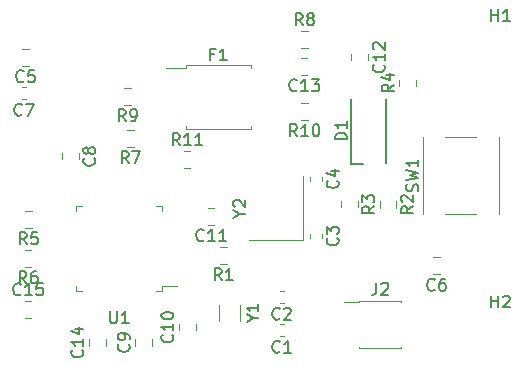
<source format=gbr>
G04 #@! TF.GenerationSoftware,KiCad,Pcbnew,5.1.5+dfsg1-2build2*
G04 #@! TF.CreationDate,2021-02-22T11:33:45+01:00*
G04 #@! TF.ProjectId,Lomu-hw,4c6f6d75-2d68-4772-9e6b-696361645f70,rev?*
G04 #@! TF.SameCoordinates,Original*
G04 #@! TF.FileFunction,Legend,Top*
G04 #@! TF.FilePolarity,Positive*
%FSLAX46Y46*%
G04 Gerber Fmt 4.6, Leading zero omitted, Abs format (unit mm)*
G04 Created by KiCad (PCBNEW 5.1.5+dfsg1-2build2) date 2021-02-22 11:33:45*
%MOMM*%
%LPD*%
G04 APERTURE LIST*
%ADD10C,0.120000*%
%ADD11C,0.150000*%
G04 APERTURE END LIST*
D10*
X139267380Y-59438120D02*
X142017380Y-59438120D01*
X142017380Y-59438120D02*
X142017380Y-59178120D01*
X139267380Y-59438120D02*
X136517380Y-59438120D01*
X136517380Y-59438120D02*
X136517380Y-59178120D01*
X139267380Y-53988120D02*
X142017380Y-53988120D01*
X142017380Y-53988120D02*
X142017380Y-54248120D01*
X139267380Y-53988120D02*
X136517380Y-53988120D01*
X136517380Y-53988120D02*
X136517380Y-54248120D01*
X136517380Y-54248120D02*
X134867380Y-54248120D01*
X127708420Y-65930120D02*
X127258420Y-65930120D01*
X127258420Y-65930120D02*
X127258420Y-66380120D01*
X134028420Y-65930120D02*
X134478420Y-65930120D01*
X134478420Y-65930120D02*
X134478420Y-66380120D01*
X127708420Y-73150120D02*
X127258420Y-73150120D01*
X127258420Y-73150120D02*
X127258420Y-72700120D01*
X134028420Y-73150120D02*
X134478420Y-73150120D01*
X134478420Y-73150120D02*
X134478420Y-72700120D01*
X134478420Y-72700120D02*
X135768420Y-72700120D01*
X144810267Y-74170000D02*
X144467733Y-74170000D01*
X144810267Y-73150000D02*
X144467733Y-73150000D01*
X139333000Y-74275000D02*
X139333000Y-75625000D01*
X141083000Y-74275000D02*
X141083000Y-75625000D01*
X144810267Y-76964000D02*
X144467733Y-76964000D01*
X144810267Y-75944000D02*
X144467733Y-75944000D01*
X147064000Y-68295733D02*
X147064000Y-68638267D01*
X148084000Y-68295733D02*
X148084000Y-68638267D01*
X148084000Y-63441733D02*
X148084000Y-63784267D01*
X147064000Y-63441733D02*
X147064000Y-63784267D01*
X123206252Y-54050000D02*
X122683748Y-54050000D01*
X123206252Y-52630000D02*
X122683748Y-52630000D01*
X158004252Y-71703000D02*
X157481748Y-71703000D01*
X158004252Y-70283000D02*
X157481748Y-70283000D01*
X122966267Y-55878000D02*
X122623733Y-55878000D01*
X122966267Y-56898000D02*
X122623733Y-56898000D01*
X126036000Y-61451748D02*
X126036000Y-61974252D01*
X127456000Y-61451748D02*
X127456000Y-61974252D01*
X133679000Y-77740252D02*
X133679000Y-77217748D01*
X132259000Y-77740252D02*
X132259000Y-77217748D01*
X137362000Y-76452252D02*
X137362000Y-75929748D01*
X135942000Y-76452252D02*
X135942000Y-75929748D01*
X138936252Y-67512000D02*
X138413748Y-67512000D01*
X138936252Y-66092000D02*
X138413748Y-66092000D01*
X151967000Y-53069748D02*
X151967000Y-53592252D01*
X150547000Y-53069748D02*
X150547000Y-53592252D01*
X146810252Y-53392000D02*
X146287748Y-53392000D01*
X146810252Y-54812000D02*
X146287748Y-54812000D01*
X128322000Y-77740252D02*
X128322000Y-77217748D01*
X129742000Y-77740252D02*
X129742000Y-77217748D01*
X122919748Y-75386000D02*
X123442252Y-75386000D01*
X122919748Y-73966000D02*
X123442252Y-73966000D01*
D11*
X153495100Y-56847700D02*
X153495100Y-62247700D01*
X150495100Y-56847700D02*
X150495100Y-62347700D01*
X151495100Y-62347700D02*
X150495100Y-62347700D01*
D10*
X151225000Y-73981000D02*
X154755000Y-73981000D01*
X151225000Y-77911000D02*
X154755000Y-77911000D01*
X149900000Y-74046000D02*
X151225000Y-74046000D01*
X151225000Y-73981000D02*
X151225000Y-74046000D01*
X154755000Y-73981000D02*
X154755000Y-74046000D01*
X151225000Y-77846000D02*
X151225000Y-77911000D01*
X154755000Y-77846000D02*
X154755000Y-77911000D01*
X139970252Y-69394000D02*
X139447748Y-69394000D01*
X139970252Y-70814000D02*
X139447748Y-70814000D01*
X152926980Y-65533528D02*
X152926980Y-66056032D01*
X154346980Y-65533528D02*
X154346980Y-66056032D01*
X151078000Y-65515748D02*
X151078000Y-66038252D01*
X149658000Y-65515748D02*
X149658000Y-66038252D01*
X156031000Y-55751252D02*
X156031000Y-55228748D01*
X154611000Y-55751252D02*
X154611000Y-55228748D01*
X123460252Y-67766000D02*
X122937748Y-67766000D01*
X123460252Y-66346000D02*
X122937748Y-66346000D01*
X123442252Y-71068000D02*
X122919748Y-71068000D01*
X123442252Y-69648000D02*
X122919748Y-69648000D01*
X132096252Y-60908000D02*
X131573748Y-60908000D01*
X132096252Y-59488000D02*
X131573748Y-59488000D01*
X146305748Y-52526000D02*
X146828252Y-52526000D01*
X146305748Y-51106000D02*
X146828252Y-51106000D01*
X131842252Y-57352000D02*
X131319748Y-57352000D01*
X131842252Y-55932000D02*
X131319748Y-55932000D01*
X146828252Y-57202000D02*
X146305748Y-57202000D01*
X146828252Y-58622000D02*
X146305748Y-58622000D01*
X136381748Y-61266000D02*
X136904252Y-61266000D01*
X136381748Y-62686000D02*
X136904252Y-62686000D01*
X156572000Y-60105000D02*
X156602000Y-60105000D01*
X163032000Y-60105000D02*
X163002000Y-60105000D01*
X163032000Y-66565000D02*
X163002000Y-66565000D01*
X156602000Y-66565000D02*
X156572000Y-66565000D01*
X158502000Y-60105000D02*
X161102000Y-60105000D01*
X156572000Y-66565000D02*
X156572000Y-60105000D01*
X158502000Y-66565000D02*
X161102000Y-66565000D01*
X163032000Y-66565000D02*
X163032000Y-60105000D01*
X141902000Y-68814000D02*
X146402000Y-68814000D01*
X146402000Y-68814000D02*
X146402000Y-63414000D01*
D11*
X138934046Y-53081691D02*
X138600713Y-53081691D01*
X138600713Y-53605500D02*
X138600713Y-52605500D01*
X139076903Y-52605500D01*
X139981665Y-53605500D02*
X139410237Y-53605500D01*
X139695951Y-53605500D02*
X139695951Y-52605500D01*
X139600713Y-52748358D01*
X139505475Y-52843596D01*
X139410237Y-52891215D01*
X130106515Y-74842500D02*
X130106515Y-75652024D01*
X130154134Y-75747262D01*
X130201753Y-75794881D01*
X130296991Y-75842500D01*
X130487467Y-75842500D01*
X130582705Y-75794881D01*
X130630324Y-75747262D01*
X130677943Y-75652024D01*
X130677943Y-74842500D01*
X131677943Y-75842500D02*
X131106515Y-75842500D01*
X131392229Y-75842500D02*
X131392229Y-74842500D01*
X131296991Y-74985358D01*
X131201753Y-75080596D01*
X131106515Y-75128215D01*
X144472333Y-75447142D02*
X144424714Y-75494761D01*
X144281857Y-75542380D01*
X144186619Y-75542380D01*
X144043761Y-75494761D01*
X143948523Y-75399523D01*
X143900904Y-75304285D01*
X143853285Y-75113809D01*
X143853285Y-74970952D01*
X143900904Y-74780476D01*
X143948523Y-74685238D01*
X144043761Y-74590000D01*
X144186619Y-74542380D01*
X144281857Y-74542380D01*
X144424714Y-74590000D01*
X144472333Y-74637619D01*
X144853285Y-74637619D02*
X144900904Y-74590000D01*
X144996142Y-74542380D01*
X145234238Y-74542380D01*
X145329476Y-74590000D01*
X145377095Y-74637619D01*
X145424714Y-74732857D01*
X145424714Y-74828095D01*
X145377095Y-74970952D01*
X144805666Y-75542380D01*
X145424714Y-75542380D01*
X142184190Y-75426190D02*
X142660380Y-75426190D01*
X141660380Y-75759523D02*
X142184190Y-75426190D01*
X141660380Y-75092857D01*
X142660380Y-74235714D02*
X142660380Y-74807142D01*
X142660380Y-74521428D02*
X141660380Y-74521428D01*
X141803238Y-74616666D01*
X141898476Y-74711904D01*
X141946095Y-74807142D01*
X144472333Y-78241142D02*
X144424714Y-78288761D01*
X144281857Y-78336380D01*
X144186619Y-78336380D01*
X144043761Y-78288761D01*
X143948523Y-78193523D01*
X143900904Y-78098285D01*
X143853285Y-77907809D01*
X143853285Y-77764952D01*
X143900904Y-77574476D01*
X143948523Y-77479238D01*
X144043761Y-77384000D01*
X144186619Y-77336380D01*
X144281857Y-77336380D01*
X144424714Y-77384000D01*
X144472333Y-77431619D01*
X145424714Y-78336380D02*
X144853285Y-78336380D01*
X145139000Y-78336380D02*
X145139000Y-77336380D01*
X145043761Y-77479238D01*
X144948523Y-77574476D01*
X144853285Y-77622095D01*
X149361142Y-68633666D02*
X149408761Y-68681285D01*
X149456380Y-68824142D01*
X149456380Y-68919380D01*
X149408761Y-69062238D01*
X149313523Y-69157476D01*
X149218285Y-69205095D01*
X149027809Y-69252714D01*
X148884952Y-69252714D01*
X148694476Y-69205095D01*
X148599238Y-69157476D01*
X148504000Y-69062238D01*
X148456380Y-68919380D01*
X148456380Y-68824142D01*
X148504000Y-68681285D01*
X148551619Y-68633666D01*
X148456380Y-68300333D02*
X148456380Y-67681285D01*
X148837333Y-68014619D01*
X148837333Y-67871761D01*
X148884952Y-67776523D01*
X148932571Y-67728904D01*
X149027809Y-67681285D01*
X149265904Y-67681285D01*
X149361142Y-67728904D01*
X149408761Y-67776523D01*
X149456380Y-67871761D01*
X149456380Y-68157476D01*
X149408761Y-68252714D01*
X149361142Y-68300333D01*
X149361142Y-63779666D02*
X149408761Y-63827285D01*
X149456380Y-63970142D01*
X149456380Y-64065380D01*
X149408761Y-64208238D01*
X149313523Y-64303476D01*
X149218285Y-64351095D01*
X149027809Y-64398714D01*
X148884952Y-64398714D01*
X148694476Y-64351095D01*
X148599238Y-64303476D01*
X148504000Y-64208238D01*
X148456380Y-64065380D01*
X148456380Y-63970142D01*
X148504000Y-63827285D01*
X148551619Y-63779666D01*
X148789714Y-62922523D02*
X149456380Y-62922523D01*
X148408761Y-63160619D02*
X149123047Y-63398714D01*
X149123047Y-62779666D01*
X122778333Y-55347142D02*
X122730714Y-55394761D01*
X122587857Y-55442380D01*
X122492619Y-55442380D01*
X122349761Y-55394761D01*
X122254523Y-55299523D01*
X122206904Y-55204285D01*
X122159285Y-55013809D01*
X122159285Y-54870952D01*
X122206904Y-54680476D01*
X122254523Y-54585238D01*
X122349761Y-54490000D01*
X122492619Y-54442380D01*
X122587857Y-54442380D01*
X122730714Y-54490000D01*
X122778333Y-54537619D01*
X123683095Y-54442380D02*
X123206904Y-54442380D01*
X123159285Y-54918571D01*
X123206904Y-54870952D01*
X123302142Y-54823333D01*
X123540238Y-54823333D01*
X123635476Y-54870952D01*
X123683095Y-54918571D01*
X123730714Y-55013809D01*
X123730714Y-55251904D01*
X123683095Y-55347142D01*
X123635476Y-55394761D01*
X123540238Y-55442380D01*
X123302142Y-55442380D01*
X123206904Y-55394761D01*
X123159285Y-55347142D01*
X157576333Y-73000142D02*
X157528714Y-73047761D01*
X157385857Y-73095380D01*
X157290619Y-73095380D01*
X157147761Y-73047761D01*
X157052523Y-72952523D01*
X157004904Y-72857285D01*
X156957285Y-72666809D01*
X156957285Y-72523952D01*
X157004904Y-72333476D01*
X157052523Y-72238238D01*
X157147761Y-72143000D01*
X157290619Y-72095380D01*
X157385857Y-72095380D01*
X157528714Y-72143000D01*
X157576333Y-72190619D01*
X158433476Y-72095380D02*
X158243000Y-72095380D01*
X158147761Y-72143000D01*
X158100142Y-72190619D01*
X158004904Y-72333476D01*
X157957285Y-72523952D01*
X157957285Y-72904904D01*
X158004904Y-73000142D01*
X158052523Y-73047761D01*
X158147761Y-73095380D01*
X158338238Y-73095380D01*
X158433476Y-73047761D01*
X158481095Y-73000142D01*
X158528714Y-72904904D01*
X158528714Y-72666809D01*
X158481095Y-72571571D01*
X158433476Y-72523952D01*
X158338238Y-72476333D01*
X158147761Y-72476333D01*
X158052523Y-72523952D01*
X158004904Y-72571571D01*
X157957285Y-72666809D01*
X122628333Y-58175142D02*
X122580714Y-58222761D01*
X122437857Y-58270380D01*
X122342619Y-58270380D01*
X122199761Y-58222761D01*
X122104523Y-58127523D01*
X122056904Y-58032285D01*
X122009285Y-57841809D01*
X122009285Y-57698952D01*
X122056904Y-57508476D01*
X122104523Y-57413238D01*
X122199761Y-57318000D01*
X122342619Y-57270380D01*
X122437857Y-57270380D01*
X122580714Y-57318000D01*
X122628333Y-57365619D01*
X122961666Y-57270380D02*
X123628333Y-57270380D01*
X123199761Y-58270380D01*
X128753142Y-61879666D02*
X128800761Y-61927285D01*
X128848380Y-62070142D01*
X128848380Y-62165380D01*
X128800761Y-62308238D01*
X128705523Y-62403476D01*
X128610285Y-62451095D01*
X128419809Y-62498714D01*
X128276952Y-62498714D01*
X128086476Y-62451095D01*
X127991238Y-62403476D01*
X127896000Y-62308238D01*
X127848380Y-62165380D01*
X127848380Y-62070142D01*
X127896000Y-61927285D01*
X127943619Y-61879666D01*
X128276952Y-61308238D02*
X128229333Y-61403476D01*
X128181714Y-61451095D01*
X128086476Y-61498714D01*
X128038857Y-61498714D01*
X127943619Y-61451095D01*
X127896000Y-61403476D01*
X127848380Y-61308238D01*
X127848380Y-61117761D01*
X127896000Y-61022523D01*
X127943619Y-60974904D01*
X128038857Y-60927285D01*
X128086476Y-60927285D01*
X128181714Y-60974904D01*
X128229333Y-61022523D01*
X128276952Y-61117761D01*
X128276952Y-61308238D01*
X128324571Y-61403476D01*
X128372190Y-61451095D01*
X128467428Y-61498714D01*
X128657904Y-61498714D01*
X128753142Y-61451095D01*
X128800761Y-61403476D01*
X128848380Y-61308238D01*
X128848380Y-61117761D01*
X128800761Y-61022523D01*
X128753142Y-60974904D01*
X128657904Y-60927285D01*
X128467428Y-60927285D01*
X128372190Y-60974904D01*
X128324571Y-61022523D01*
X128276952Y-61117761D01*
X131676142Y-77645666D02*
X131723761Y-77693285D01*
X131771380Y-77836142D01*
X131771380Y-77931380D01*
X131723761Y-78074238D01*
X131628523Y-78169476D01*
X131533285Y-78217095D01*
X131342809Y-78264714D01*
X131199952Y-78264714D01*
X131009476Y-78217095D01*
X130914238Y-78169476D01*
X130819000Y-78074238D01*
X130771380Y-77931380D01*
X130771380Y-77836142D01*
X130819000Y-77693285D01*
X130866619Y-77645666D01*
X131771380Y-77169476D02*
X131771380Y-76979000D01*
X131723761Y-76883761D01*
X131676142Y-76836142D01*
X131533285Y-76740904D01*
X131342809Y-76693285D01*
X130961857Y-76693285D01*
X130866619Y-76740904D01*
X130819000Y-76788523D01*
X130771380Y-76883761D01*
X130771380Y-77074238D01*
X130819000Y-77169476D01*
X130866619Y-77217095D01*
X130961857Y-77264714D01*
X131199952Y-77264714D01*
X131295190Y-77217095D01*
X131342809Y-77169476D01*
X131390428Y-77074238D01*
X131390428Y-76883761D01*
X131342809Y-76788523D01*
X131295190Y-76740904D01*
X131199952Y-76693285D01*
X135359142Y-76833857D02*
X135406761Y-76881476D01*
X135454380Y-77024333D01*
X135454380Y-77119571D01*
X135406761Y-77262428D01*
X135311523Y-77357666D01*
X135216285Y-77405285D01*
X135025809Y-77452904D01*
X134882952Y-77452904D01*
X134692476Y-77405285D01*
X134597238Y-77357666D01*
X134502000Y-77262428D01*
X134454380Y-77119571D01*
X134454380Y-77024333D01*
X134502000Y-76881476D01*
X134549619Y-76833857D01*
X135454380Y-75881476D02*
X135454380Y-76452904D01*
X135454380Y-76167190D02*
X134454380Y-76167190D01*
X134597238Y-76262428D01*
X134692476Y-76357666D01*
X134740095Y-76452904D01*
X134454380Y-75262428D02*
X134454380Y-75167190D01*
X134502000Y-75071952D01*
X134549619Y-75024333D01*
X134644857Y-74976714D01*
X134835333Y-74929095D01*
X135073428Y-74929095D01*
X135263904Y-74976714D01*
X135359142Y-75024333D01*
X135406761Y-75071952D01*
X135454380Y-75167190D01*
X135454380Y-75262428D01*
X135406761Y-75357666D01*
X135359142Y-75405285D01*
X135263904Y-75452904D01*
X135073428Y-75500523D01*
X134835333Y-75500523D01*
X134644857Y-75452904D01*
X134549619Y-75405285D01*
X134502000Y-75357666D01*
X134454380Y-75262428D01*
X138032142Y-68809142D02*
X137984523Y-68856761D01*
X137841666Y-68904380D01*
X137746428Y-68904380D01*
X137603571Y-68856761D01*
X137508333Y-68761523D01*
X137460714Y-68666285D01*
X137413095Y-68475809D01*
X137413095Y-68332952D01*
X137460714Y-68142476D01*
X137508333Y-68047238D01*
X137603571Y-67952000D01*
X137746428Y-67904380D01*
X137841666Y-67904380D01*
X137984523Y-67952000D01*
X138032142Y-67999619D01*
X138984523Y-68904380D02*
X138413095Y-68904380D01*
X138698809Y-68904380D02*
X138698809Y-67904380D01*
X138603571Y-68047238D01*
X138508333Y-68142476D01*
X138413095Y-68190095D01*
X139936904Y-68904380D02*
X139365476Y-68904380D01*
X139651190Y-68904380D02*
X139651190Y-67904380D01*
X139555952Y-68047238D01*
X139460714Y-68142476D01*
X139365476Y-68190095D01*
X153264142Y-53973857D02*
X153311761Y-54021476D01*
X153359380Y-54164333D01*
X153359380Y-54259571D01*
X153311761Y-54402428D01*
X153216523Y-54497666D01*
X153121285Y-54545285D01*
X152930809Y-54592904D01*
X152787952Y-54592904D01*
X152597476Y-54545285D01*
X152502238Y-54497666D01*
X152407000Y-54402428D01*
X152359380Y-54259571D01*
X152359380Y-54164333D01*
X152407000Y-54021476D01*
X152454619Y-53973857D01*
X153359380Y-53021476D02*
X153359380Y-53592904D01*
X153359380Y-53307190D02*
X152359380Y-53307190D01*
X152502238Y-53402428D01*
X152597476Y-53497666D01*
X152645095Y-53592904D01*
X152454619Y-52640523D02*
X152407000Y-52592904D01*
X152359380Y-52497666D01*
X152359380Y-52259571D01*
X152407000Y-52164333D01*
X152454619Y-52116714D01*
X152549857Y-52069095D01*
X152645095Y-52069095D01*
X152787952Y-52116714D01*
X153359380Y-52688142D01*
X153359380Y-52069095D01*
X145906142Y-56109142D02*
X145858523Y-56156761D01*
X145715666Y-56204380D01*
X145620428Y-56204380D01*
X145477571Y-56156761D01*
X145382333Y-56061523D01*
X145334714Y-55966285D01*
X145287095Y-55775809D01*
X145287095Y-55632952D01*
X145334714Y-55442476D01*
X145382333Y-55347238D01*
X145477571Y-55252000D01*
X145620428Y-55204380D01*
X145715666Y-55204380D01*
X145858523Y-55252000D01*
X145906142Y-55299619D01*
X146858523Y-56204380D02*
X146287095Y-56204380D01*
X146572809Y-56204380D02*
X146572809Y-55204380D01*
X146477571Y-55347238D01*
X146382333Y-55442476D01*
X146287095Y-55490095D01*
X147191857Y-55204380D02*
X147810904Y-55204380D01*
X147477571Y-55585333D01*
X147620428Y-55585333D01*
X147715666Y-55632952D01*
X147763285Y-55680571D01*
X147810904Y-55775809D01*
X147810904Y-56013904D01*
X147763285Y-56109142D01*
X147715666Y-56156761D01*
X147620428Y-56204380D01*
X147334714Y-56204380D01*
X147239476Y-56156761D01*
X147191857Y-56109142D01*
X127739142Y-78121857D02*
X127786761Y-78169476D01*
X127834380Y-78312333D01*
X127834380Y-78407571D01*
X127786761Y-78550428D01*
X127691523Y-78645666D01*
X127596285Y-78693285D01*
X127405809Y-78740904D01*
X127262952Y-78740904D01*
X127072476Y-78693285D01*
X126977238Y-78645666D01*
X126882000Y-78550428D01*
X126834380Y-78407571D01*
X126834380Y-78312333D01*
X126882000Y-78169476D01*
X126929619Y-78121857D01*
X127834380Y-77169476D02*
X127834380Y-77740904D01*
X127834380Y-77455190D02*
X126834380Y-77455190D01*
X126977238Y-77550428D01*
X127072476Y-77645666D01*
X127120095Y-77740904D01*
X127167714Y-76312333D02*
X127834380Y-76312333D01*
X126786761Y-76550428D02*
X127501047Y-76788523D01*
X127501047Y-76169476D01*
X122538142Y-73383142D02*
X122490523Y-73430761D01*
X122347666Y-73478380D01*
X122252428Y-73478380D01*
X122109571Y-73430761D01*
X122014333Y-73335523D01*
X121966714Y-73240285D01*
X121919095Y-73049809D01*
X121919095Y-72906952D01*
X121966714Y-72716476D01*
X122014333Y-72621238D01*
X122109571Y-72526000D01*
X122252428Y-72478380D01*
X122347666Y-72478380D01*
X122490523Y-72526000D01*
X122538142Y-72573619D01*
X123490523Y-73478380D02*
X122919095Y-73478380D01*
X123204809Y-73478380D02*
X123204809Y-72478380D01*
X123109571Y-72621238D01*
X123014333Y-72716476D01*
X122919095Y-72764095D01*
X124395285Y-72478380D02*
X123919095Y-72478380D01*
X123871476Y-72954571D01*
X123919095Y-72906952D01*
X124014333Y-72859333D01*
X124252428Y-72859333D01*
X124347666Y-72906952D01*
X124395285Y-72954571D01*
X124442904Y-73049809D01*
X124442904Y-73287904D01*
X124395285Y-73383142D01*
X124347666Y-73430761D01*
X124252428Y-73478380D01*
X124014333Y-73478380D01*
X123919095Y-73430761D01*
X123871476Y-73383142D01*
X150147480Y-60285795D02*
X149147480Y-60285795D01*
X149147480Y-60047700D01*
X149195100Y-59904842D01*
X149290338Y-59809604D01*
X149385576Y-59761985D01*
X149576052Y-59714366D01*
X149718909Y-59714366D01*
X149909385Y-59761985D01*
X150004623Y-59809604D01*
X150099861Y-59904842D01*
X150147480Y-60047700D01*
X150147480Y-60285795D01*
X150147480Y-58761985D02*
X150147480Y-59333414D01*
X150147480Y-59047700D02*
X149147480Y-59047700D01*
X149290338Y-59142938D01*
X149385576Y-59238176D01*
X149433195Y-59333414D01*
X162392455Y-50279680D02*
X162392455Y-49279680D01*
X162392455Y-49755871D02*
X162963883Y-49755871D01*
X162963883Y-50279680D02*
X162963883Y-49279680D01*
X163963883Y-50279680D02*
X163392455Y-50279680D01*
X163678169Y-50279680D02*
X163678169Y-49279680D01*
X163582931Y-49422538D01*
X163487693Y-49517776D01*
X163392455Y-49565395D01*
X162394995Y-74503660D02*
X162394995Y-73503660D01*
X162394995Y-73979851D02*
X162966423Y-73979851D01*
X162966423Y-74503660D02*
X162966423Y-73503660D01*
X163394995Y-73598899D02*
X163442614Y-73551280D01*
X163537852Y-73503660D01*
X163775947Y-73503660D01*
X163871185Y-73551280D01*
X163918804Y-73598899D01*
X163966423Y-73694137D01*
X163966423Y-73789375D01*
X163918804Y-73932232D01*
X163347376Y-74503660D01*
X163966423Y-74503660D01*
X152656666Y-72433380D02*
X152656666Y-73147666D01*
X152609047Y-73290523D01*
X152513809Y-73385761D01*
X152370952Y-73433380D01*
X152275714Y-73433380D01*
X153085238Y-72528619D02*
X153132857Y-72481000D01*
X153228095Y-72433380D01*
X153466190Y-72433380D01*
X153561428Y-72481000D01*
X153609047Y-72528619D01*
X153656666Y-72623857D01*
X153656666Y-72719095D01*
X153609047Y-72861952D01*
X153037619Y-73433380D01*
X153656666Y-73433380D01*
X139542333Y-72206380D02*
X139209000Y-71730190D01*
X138970904Y-72206380D02*
X138970904Y-71206380D01*
X139351857Y-71206380D01*
X139447095Y-71254000D01*
X139494714Y-71301619D01*
X139542333Y-71396857D01*
X139542333Y-71539714D01*
X139494714Y-71634952D01*
X139447095Y-71682571D01*
X139351857Y-71730190D01*
X138970904Y-71730190D01*
X140494714Y-72206380D02*
X139923285Y-72206380D01*
X140209000Y-72206380D02*
X140209000Y-71206380D01*
X140113761Y-71349238D01*
X140018523Y-71444476D01*
X139923285Y-71492095D01*
X155739360Y-65961446D02*
X155263170Y-66294780D01*
X155739360Y-66532875D02*
X154739360Y-66532875D01*
X154739360Y-66151922D01*
X154786980Y-66056684D01*
X154834599Y-66009065D01*
X154929837Y-65961446D01*
X155072694Y-65961446D01*
X155167932Y-66009065D01*
X155215551Y-66056684D01*
X155263170Y-66151922D01*
X155263170Y-66532875D01*
X154834599Y-65580494D02*
X154786980Y-65532875D01*
X154739360Y-65437637D01*
X154739360Y-65199541D01*
X154786980Y-65104303D01*
X154834599Y-65056684D01*
X154929837Y-65009065D01*
X155025075Y-65009065D01*
X155167932Y-65056684D01*
X155739360Y-65628113D01*
X155739360Y-65009065D01*
X152470380Y-65943666D02*
X151994190Y-66277000D01*
X152470380Y-66515095D02*
X151470380Y-66515095D01*
X151470380Y-66134142D01*
X151518000Y-66038904D01*
X151565619Y-65991285D01*
X151660857Y-65943666D01*
X151803714Y-65943666D01*
X151898952Y-65991285D01*
X151946571Y-66038904D01*
X151994190Y-66134142D01*
X151994190Y-66515095D01*
X151470380Y-65610333D02*
X151470380Y-64991285D01*
X151851333Y-65324619D01*
X151851333Y-65181761D01*
X151898952Y-65086523D01*
X151946571Y-65038904D01*
X152041809Y-64991285D01*
X152279904Y-64991285D01*
X152375142Y-65038904D01*
X152422761Y-65086523D01*
X152470380Y-65181761D01*
X152470380Y-65467476D01*
X152422761Y-65562714D01*
X152375142Y-65610333D01*
X154123380Y-55656666D02*
X153647190Y-55990000D01*
X154123380Y-56228095D02*
X153123380Y-56228095D01*
X153123380Y-55847142D01*
X153171000Y-55751904D01*
X153218619Y-55704285D01*
X153313857Y-55656666D01*
X153456714Y-55656666D01*
X153551952Y-55704285D01*
X153599571Y-55751904D01*
X153647190Y-55847142D01*
X153647190Y-56228095D01*
X153456714Y-54799523D02*
X154123380Y-54799523D01*
X153075761Y-55037619D02*
X153790047Y-55275714D01*
X153790047Y-54656666D01*
X123032333Y-69158380D02*
X122699000Y-68682190D01*
X122460904Y-69158380D02*
X122460904Y-68158380D01*
X122841857Y-68158380D01*
X122937095Y-68206000D01*
X122984714Y-68253619D01*
X123032333Y-68348857D01*
X123032333Y-68491714D01*
X122984714Y-68586952D01*
X122937095Y-68634571D01*
X122841857Y-68682190D01*
X122460904Y-68682190D01*
X123937095Y-68158380D02*
X123460904Y-68158380D01*
X123413285Y-68634571D01*
X123460904Y-68586952D01*
X123556142Y-68539333D01*
X123794238Y-68539333D01*
X123889476Y-68586952D01*
X123937095Y-68634571D01*
X123984714Y-68729809D01*
X123984714Y-68967904D01*
X123937095Y-69063142D01*
X123889476Y-69110761D01*
X123794238Y-69158380D01*
X123556142Y-69158380D01*
X123460904Y-69110761D01*
X123413285Y-69063142D01*
X123014333Y-72460380D02*
X122681000Y-71984190D01*
X122442904Y-72460380D02*
X122442904Y-71460380D01*
X122823857Y-71460380D01*
X122919095Y-71508000D01*
X122966714Y-71555619D01*
X123014333Y-71650857D01*
X123014333Y-71793714D01*
X122966714Y-71888952D01*
X122919095Y-71936571D01*
X122823857Y-71984190D01*
X122442904Y-71984190D01*
X123871476Y-71460380D02*
X123681000Y-71460380D01*
X123585761Y-71508000D01*
X123538142Y-71555619D01*
X123442904Y-71698476D01*
X123395285Y-71888952D01*
X123395285Y-72269904D01*
X123442904Y-72365142D01*
X123490523Y-72412761D01*
X123585761Y-72460380D01*
X123776238Y-72460380D01*
X123871476Y-72412761D01*
X123919095Y-72365142D01*
X123966714Y-72269904D01*
X123966714Y-72031809D01*
X123919095Y-71936571D01*
X123871476Y-71888952D01*
X123776238Y-71841333D01*
X123585761Y-71841333D01*
X123490523Y-71888952D01*
X123442904Y-71936571D01*
X123395285Y-72031809D01*
X131668333Y-62300380D02*
X131335000Y-61824190D01*
X131096904Y-62300380D02*
X131096904Y-61300380D01*
X131477857Y-61300380D01*
X131573095Y-61348000D01*
X131620714Y-61395619D01*
X131668333Y-61490857D01*
X131668333Y-61633714D01*
X131620714Y-61728952D01*
X131573095Y-61776571D01*
X131477857Y-61824190D01*
X131096904Y-61824190D01*
X132001666Y-61300380D02*
X132668333Y-61300380D01*
X132239761Y-62300380D01*
X146400333Y-50618380D02*
X146067000Y-50142190D01*
X145828904Y-50618380D02*
X145828904Y-49618380D01*
X146209857Y-49618380D01*
X146305095Y-49666000D01*
X146352714Y-49713619D01*
X146400333Y-49808857D01*
X146400333Y-49951714D01*
X146352714Y-50046952D01*
X146305095Y-50094571D01*
X146209857Y-50142190D01*
X145828904Y-50142190D01*
X146971761Y-50046952D02*
X146876523Y-49999333D01*
X146828904Y-49951714D01*
X146781285Y-49856476D01*
X146781285Y-49808857D01*
X146828904Y-49713619D01*
X146876523Y-49666000D01*
X146971761Y-49618380D01*
X147162238Y-49618380D01*
X147257476Y-49666000D01*
X147305095Y-49713619D01*
X147352714Y-49808857D01*
X147352714Y-49856476D01*
X147305095Y-49951714D01*
X147257476Y-49999333D01*
X147162238Y-50046952D01*
X146971761Y-50046952D01*
X146876523Y-50094571D01*
X146828904Y-50142190D01*
X146781285Y-50237428D01*
X146781285Y-50427904D01*
X146828904Y-50523142D01*
X146876523Y-50570761D01*
X146971761Y-50618380D01*
X147162238Y-50618380D01*
X147257476Y-50570761D01*
X147305095Y-50523142D01*
X147352714Y-50427904D01*
X147352714Y-50237428D01*
X147305095Y-50142190D01*
X147257476Y-50094571D01*
X147162238Y-50046952D01*
X131414333Y-58744380D02*
X131081000Y-58268190D01*
X130842904Y-58744380D02*
X130842904Y-57744380D01*
X131223857Y-57744380D01*
X131319095Y-57792000D01*
X131366714Y-57839619D01*
X131414333Y-57934857D01*
X131414333Y-58077714D01*
X131366714Y-58172952D01*
X131319095Y-58220571D01*
X131223857Y-58268190D01*
X130842904Y-58268190D01*
X131890523Y-58744380D02*
X132081000Y-58744380D01*
X132176238Y-58696761D01*
X132223857Y-58649142D01*
X132319095Y-58506285D01*
X132366714Y-58315809D01*
X132366714Y-57934857D01*
X132319095Y-57839619D01*
X132271476Y-57792000D01*
X132176238Y-57744380D01*
X131985761Y-57744380D01*
X131890523Y-57792000D01*
X131842904Y-57839619D01*
X131795285Y-57934857D01*
X131795285Y-58172952D01*
X131842904Y-58268190D01*
X131890523Y-58315809D01*
X131985761Y-58363428D01*
X132176238Y-58363428D01*
X132271476Y-58315809D01*
X132319095Y-58268190D01*
X132366714Y-58172952D01*
X145924142Y-60014380D02*
X145590809Y-59538190D01*
X145352714Y-60014380D02*
X145352714Y-59014380D01*
X145733666Y-59014380D01*
X145828904Y-59062000D01*
X145876523Y-59109619D01*
X145924142Y-59204857D01*
X145924142Y-59347714D01*
X145876523Y-59442952D01*
X145828904Y-59490571D01*
X145733666Y-59538190D01*
X145352714Y-59538190D01*
X146876523Y-60014380D02*
X146305095Y-60014380D01*
X146590809Y-60014380D02*
X146590809Y-59014380D01*
X146495571Y-59157238D01*
X146400333Y-59252476D01*
X146305095Y-59300095D01*
X147495571Y-59014380D02*
X147590809Y-59014380D01*
X147686047Y-59062000D01*
X147733666Y-59109619D01*
X147781285Y-59204857D01*
X147828904Y-59395333D01*
X147828904Y-59633428D01*
X147781285Y-59823904D01*
X147733666Y-59919142D01*
X147686047Y-59966761D01*
X147590809Y-60014380D01*
X147495571Y-60014380D01*
X147400333Y-59966761D01*
X147352714Y-59919142D01*
X147305095Y-59823904D01*
X147257476Y-59633428D01*
X147257476Y-59395333D01*
X147305095Y-59204857D01*
X147352714Y-59109619D01*
X147400333Y-59062000D01*
X147495571Y-59014380D01*
X136000142Y-60778380D02*
X135666809Y-60302190D01*
X135428714Y-60778380D02*
X135428714Y-59778380D01*
X135809666Y-59778380D01*
X135904904Y-59826000D01*
X135952523Y-59873619D01*
X136000142Y-59968857D01*
X136000142Y-60111714D01*
X135952523Y-60206952D01*
X135904904Y-60254571D01*
X135809666Y-60302190D01*
X135428714Y-60302190D01*
X136952523Y-60778380D02*
X136381095Y-60778380D01*
X136666809Y-60778380D02*
X136666809Y-59778380D01*
X136571571Y-59921238D01*
X136476333Y-60016476D01*
X136381095Y-60064095D01*
X137904904Y-60778380D02*
X137333476Y-60778380D01*
X137619190Y-60778380D02*
X137619190Y-59778380D01*
X137523952Y-59921238D01*
X137428714Y-60016476D01*
X137333476Y-60064095D01*
X156156761Y-64668333D02*
X156204380Y-64525476D01*
X156204380Y-64287380D01*
X156156761Y-64192142D01*
X156109142Y-64144523D01*
X156013904Y-64096904D01*
X155918666Y-64096904D01*
X155823428Y-64144523D01*
X155775809Y-64192142D01*
X155728190Y-64287380D01*
X155680571Y-64477857D01*
X155632952Y-64573095D01*
X155585333Y-64620714D01*
X155490095Y-64668333D01*
X155394857Y-64668333D01*
X155299619Y-64620714D01*
X155252000Y-64573095D01*
X155204380Y-64477857D01*
X155204380Y-64239761D01*
X155252000Y-64096904D01*
X155204380Y-63763571D02*
X156204380Y-63525476D01*
X155490095Y-63335000D01*
X156204380Y-63144523D01*
X155204380Y-62906428D01*
X156204380Y-62001666D02*
X156204380Y-62573095D01*
X156204380Y-62287380D02*
X155204380Y-62287380D01*
X155347238Y-62382619D01*
X155442476Y-62477857D01*
X155490095Y-62573095D01*
X141078190Y-66590190D02*
X141554380Y-66590190D01*
X140554380Y-66923523D02*
X141078190Y-66590190D01*
X140554380Y-66256857D01*
X140649619Y-65971142D02*
X140602000Y-65923523D01*
X140554380Y-65828285D01*
X140554380Y-65590190D01*
X140602000Y-65494952D01*
X140649619Y-65447333D01*
X140744857Y-65399714D01*
X140840095Y-65399714D01*
X140982952Y-65447333D01*
X141554380Y-66018761D01*
X141554380Y-65399714D01*
M02*

</source>
